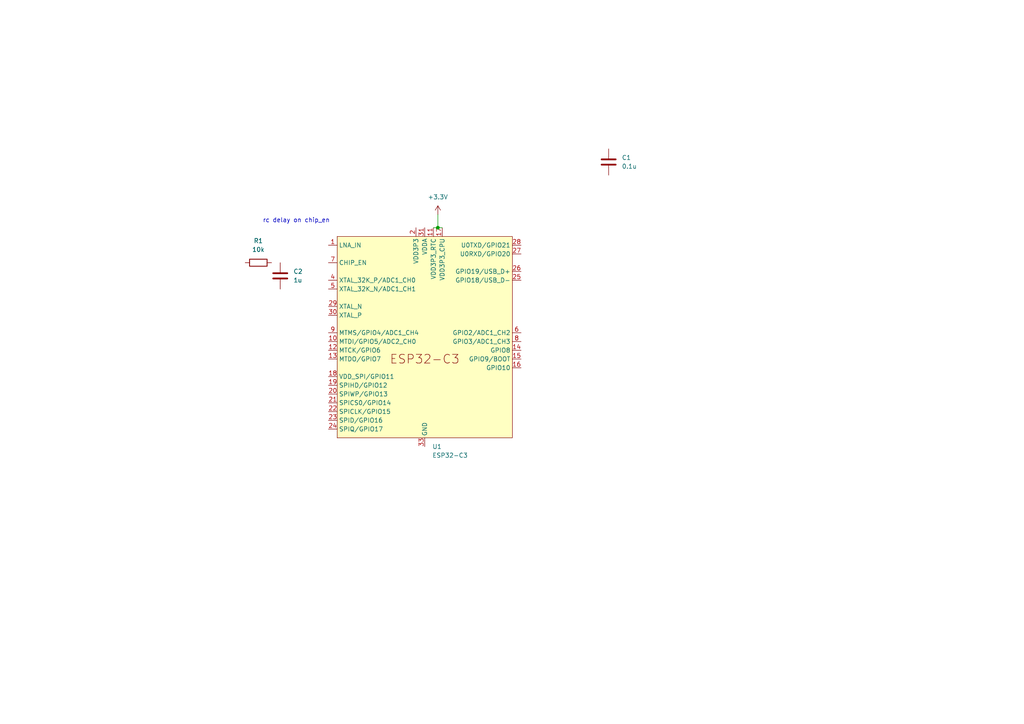
<source format=kicad_sch>
(kicad_sch (version 20230121) (generator eeschema)
  (paper "A4")
  (lib_symbols
    (symbol "Device:C" (pin_numbers hide) (pin_names (offset 0.254))
      (property "Reference" "C" (at 0.635 2.54 0))
      (property "Value" "C" (at 0.635 -2.54 0))
      (symbol "C_0_1"
        (polyline (pts (xy -2.032 -0.762) (xy 2.032 -0.762)) (stroke (width 0.508)))
        (polyline (pts (xy -2.032 0.762) (xy 2.032 0.762)) (stroke (width 0.508)))
      )
      (symbol "C_1_1"
        (pin passive line (at 0 3.81 270) (length 2.794) (name "~") (number "1"))
        (pin passive line (at 0 -3.81 90) (length 2.794) (name "~") (number "2"))
      )
    )
    (symbol "Device:R" (pin_numbers hide) (pin_names (offset 0))
      (property "Reference" "R" (at 2.032 0 90))
      (property "Value" "R" (at 0 0 90))
      (symbol "R_0_1"
        (rectangle (start -1.016 -2.54) (end 1.016 2.54) (stroke (width 0.254)))
      )
      (symbol "R_1_1"
        (pin passive line (at 0 3.81 270) (length 1.27) (name "~") (number "1"))
        (pin passive line (at 0 -3.81 90) (length 1.27) (name "~") (number "2"))
      )
    )
    (symbol "Espressif:ESP32-C3"
      (property "Reference" "U" (at -25.4 35.56 0))
      (property "Value" "ESP32-C3" (at -25.4 33.02 0))
      (symbol "ESP32-C3_0_0"
        (text "ESP32-C3" (at 0 -5.08 0) (effects (font (size 2.54 2.54))))
        (pin bidirectional line (at -27.94 27.94 0) (length 2.54) (name "LNA_IN") (number "1"))
        (pin bidirectional line (at -27.94 0 0) (length 2.54) (name "MTDI/GPIO5/ADC2_CH0") (number "10"))
        (pin power_in line (at 2.54 33.02 270) (length 2.54) (name "VDD3P3_RTC") (number "11"))
        (pin bidirectional line (at -27.94 -2.54 0) (length 2.54) (name "MTCK/GPIO6") (number "12"))
        (pin bidirectional line (at -27.94 -5.08 0) (length 2.54) (name "MTDO/GPIO7") (number "13"))
        (pin bidirectional line (at 27.94 -2.54 180) (length 2.54) (name "GPIO8") (number "14"))
        (pin bidirectional line (at 27.94 -5.08 180) (length 2.54) (name "GPIO9/BOOT") (number "15"))
        (pin bidirectional line (at 27.94 -7.62 180) (length 2.54) (name "GPIO10") (number "16"))
        (pin power_in line (at 5.08 33.02 270) (length 2.54) (name "VDD3P3_CPU") (number "17"))
        (pin bidirectional line (at -27.94 -10.16 0) (length 2.54) (name "VDD_SPI/GPIO11") (number "18"))
        (pin bidirectional line (at -27.94 -12.7 0) (length 2.54) (name "SPIHD/GPIO12") (number "19"))
        (pin power_in line (at -2.54 33.02 270) (length 2.54) (name "VDD3P3") (number "2"))
        (pin bidirectional line (at -27.94 -15.24 0) (length 2.54) (name "SPIWP/GPIO13") (number "20"))
        (pin bidirectional line (at -27.94 -17.78 0) (length 2.54) (name "SPICS0/GPIO14") (number "21"))
        (pin bidirectional line (at -27.94 -20.32 0) (length 2.54) (name "SPICLK/GPIO15") (number "22"))
        (pin bidirectional line (at -27.94 -22.86 0) (length 2.54) (name "SPID/GPIO16") (number "23"))
        (pin bidirectional line (at -27.94 -25.4 0) (length 2.54) (name "SPIQ/GPIO17") (number "24"))
        (pin bidirectional line (at 27.94 17.78 180) (length 2.54) (name "GPIO18/USB_D-") (number "25"))
        (pin bidirectional line (at 27.94 20.32 180) (length 2.54) (name "GPIO19/USB_D+") (number "26"))
        (pin bidirectional line (at 27.94 25.4 180) (length 2.54) (name "U0RXD/GPIO20") (number "27"))
        (pin bidirectional line (at 27.94 27.94 180) (length 2.54) (name "U0TXD/GPIO21") (number "28"))
        (pin output line (at -27.94 10.16 0) (length 2.54) (name "XTAL_N") (number "29"))
        (pin input line (at -27.94 7.62 0) (length 2.54) (name "XTAL_P") (number "30"))
        (pin power_in line (at 0 33.02 270) (length 2.54) (name "VDDA") (number "31"))
        (pin power_in line (at 0 -30.48 90) (length 2.54) (name "GND") (number "33"))
        (pin output line (at -27.94 17.78 0) (length 2.54) (name "XTAL_32K_P/ADC1_CH0") (number "4"))
        (pin input line (at -27.94 15.24 0) (length 2.54) (name "XTAL_32K_N/ADC1_CH1") (number "5"))
        (pin bidirectional line (at 27.94 2.54 180) (length 2.54) (name "GPIO2/ADC1_CH2") (number "6"))
        (pin input line (at -27.94 22.86 0) (length 2.54) (name "CHIP_EN") (number "7"))
        (pin bidirectional line (at 27.94 0 180) (length 2.54) (name "GPIO3/ADC1_CH3") (number "8"))
        (pin bidirectional line (at -27.94 2.54 0) (length 2.54) (name "MTMS/GPIO4/ADC1_CH4") (number "9"))
      )
      (symbol "ESP32-C3_0_1"
        (rectangle (start -25.4 30.48) (end 25.4 -27.94) (fill (type background)))
        (pin passive line (at -2.54 33.02 270) (length 2.54) hide (name "VDD3P3") (number "3"))
        (pin passive line (at 0 33.02 270) (length 2.54) hide (name "VDDA") (number "32"))
      )
    )
    (symbol "power:+3.3V" (power) (pin_names (offset 0))
      (property "Value" "+3.3V" (at 0 3.556 0))
      (symbol "+3.3V_0_1"
        (polyline (pts (xy -0.762 1.27) (xy 0 2.54)))
        (polyline (pts (xy 0 0) (xy 0 2.54)))
        (polyline (pts (xy 0 2.54) (xy 0.762 1.27)))
      )
      (symbol "+3.3V_1_1"
        (pin power_in line (at 0 0 90) (length 0) hide (name "+3.3V") (number "1"))
      )
    )
  )
  (junction (at 127 66.04))
  (wire (pts (xy 127 66.04) (xy 128.27 66.04)))
  (wire (pts (xy 127 62.23) (xy 127 66.04)))
  (wire (pts (xy 125.73 66.04) (xy 127 66.04)))
  (text "rc delay on chip_en" (at 76.2 64.77 0) (effects (font (size 1.27 1.27)) (justify left bottom)))
  (symbol (lib_id "Espressif:ESP32-C3") (at 123.19 99.06 0) (unit 1)
    (property "Reference" "U1" (at 125.3841 129.54 0) (effects (justify left)))
    (property "Value" "ESP32-C3" (at 125.3841 132.08 0) (effects (justify left)))
    (property "Footprint" "Package_DFN_QFN:QFN-32-1EP_5x5mm_P0.5mm_EP3.45x3.45mm" (effects hide))
    (property "Datasheet" "https://www.espressif.com/sites/default/files/documentation/esp32-c3_datasheet_en.pdf" (effects hide))
  )
  (symbol (lib_id "Device:C") (at 176.53 46.99 0) (unit 1)
    (property "Reference" "C1" (at 180.34 45.72 0) (effects (justify left)))
    (property "Value" "0.1u" (at 180.34 48.26 0) (effects (justify left)))
  )
  (symbol (lib_id "power:+3.3V") (at 127 62.23 0) (unit 1)
    (property "Reference" "#PWR01" (effects hide))
    (property "Value" "+3.3V" (at 127 57.15 0))
  )
  (symbol (lib_id "Device:R") (at 74.93 76.2 90) (unit 1)
    (property "Reference" "R1" (at 74.93 69.85 90))
    (property "Value" "10k" (at 74.93 72.39 90))
  )
  (symbol (lib_id "Device:C") (at 81.28 80.01 0) (unit 1)
    (property "Reference" "C2" (at 85.09 78.74 0) (effects (justify left)))
    (property "Value" "1u" (at 85.09 81.28 0) (effects (justify left)))
  )
)
</source>
